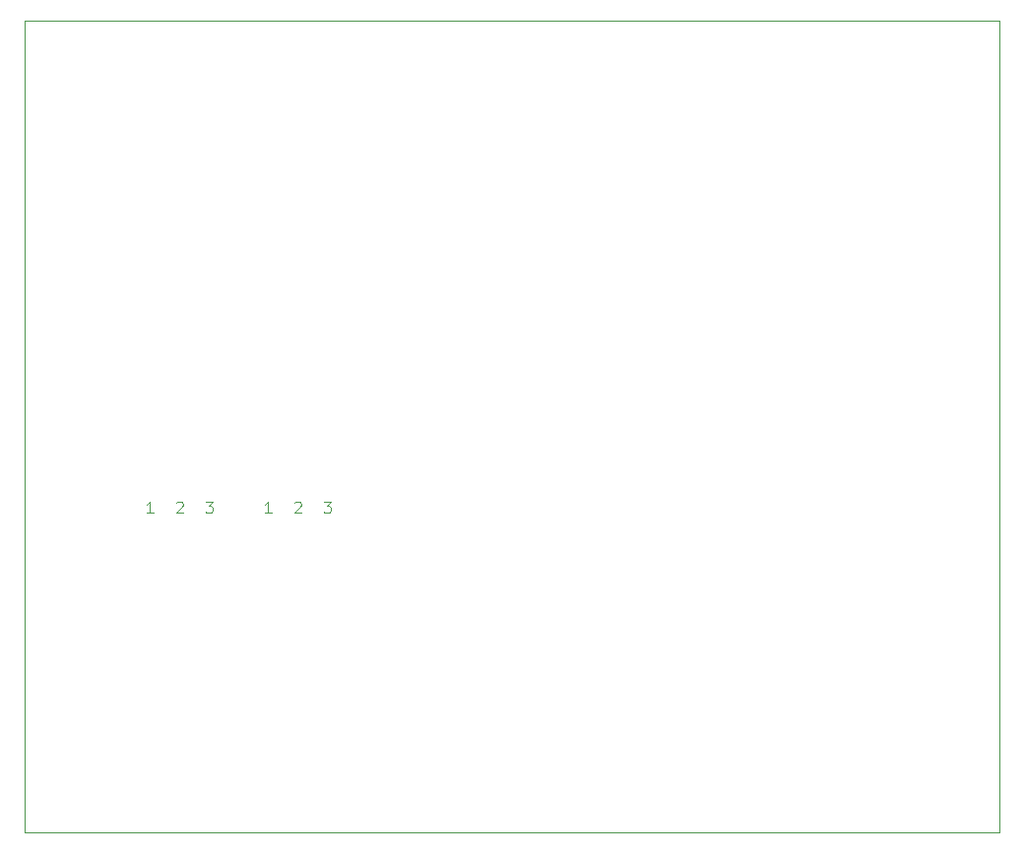
<source format=gbr>
G04 #@! TF.GenerationSoftware,KiCad,Pcbnew,(5.1.2)-2*
G04 #@! TF.CreationDate,2019-10-06T07:15:54-10:00*
G04 #@! TF.ProjectId,differential_robot(v1),64696666-6572-4656-9e74-69616c5f726f,rev?*
G04 #@! TF.SameCoordinates,Original*
G04 #@! TF.FileFunction,Profile,NP*
%FSLAX46Y46*%
G04 Gerber Fmt 4.6, Leading zero omitted, Abs format (unit mm)*
G04 Created by KiCad (PCBNEW (5.1.2)-2) date 2019-10-06 07:15:54*
%MOMM*%
%LPD*%
G04 APERTURE LIST*
%ADD10C,0.050000*%
G04 APERTURE END LIST*
D10*
X72390000Y-71120000D02*
X72390000Y-73660000D01*
X156210000Y-71120000D02*
X72390000Y-71120000D01*
X156210000Y-140970000D02*
X156210000Y-71120000D01*
X72390000Y-140970000D02*
X156210000Y-140970000D01*
X72390000Y-73660000D02*
X72390000Y-140970000D01*
X83464644Y-113482380D02*
X82893215Y-113482380D01*
X83178930Y-113482380D02*
X83178930Y-112482380D01*
X83083691Y-112625238D01*
X82988453Y-112720476D01*
X82893215Y-112768095D01*
X85438292Y-112577619D02*
X85485911Y-112530000D01*
X85581149Y-112482380D01*
X85819245Y-112482380D01*
X85914483Y-112530000D01*
X85962102Y-112577619D01*
X86009721Y-112672857D01*
X86009721Y-112768095D01*
X85962102Y-112910952D01*
X85390673Y-113482380D01*
X86009721Y-113482380D01*
X87932086Y-112482380D02*
X88551134Y-112482380D01*
X88217800Y-112863333D01*
X88360658Y-112863333D01*
X88455896Y-112910952D01*
X88503515Y-112958571D01*
X88551134Y-113053809D01*
X88551134Y-113291904D01*
X88503515Y-113387142D01*
X88455896Y-113434761D01*
X88360658Y-113482380D01*
X88074943Y-113482380D01*
X87979705Y-113434761D01*
X87932086Y-113387142D01*
X98092086Y-112482380D02*
X98711134Y-112482380D01*
X98377800Y-112863333D01*
X98520658Y-112863333D01*
X98615896Y-112910952D01*
X98663515Y-112958571D01*
X98711134Y-113053809D01*
X98711134Y-113291904D01*
X98663515Y-113387142D01*
X98615896Y-113434761D01*
X98520658Y-113482380D01*
X98234943Y-113482380D01*
X98139705Y-113434761D01*
X98092086Y-113387142D01*
X95598292Y-112577619D02*
X95645911Y-112530000D01*
X95741149Y-112482380D01*
X95979245Y-112482380D01*
X96074483Y-112530000D01*
X96122102Y-112577619D01*
X96169721Y-112672857D01*
X96169721Y-112768095D01*
X96122102Y-112910952D01*
X95550673Y-113482380D01*
X96169721Y-113482380D01*
X93624644Y-113482380D02*
X93053215Y-113482380D01*
X93338930Y-113482380D02*
X93338930Y-112482380D01*
X93243691Y-112625238D01*
X93148453Y-112720476D01*
X93053215Y-112768095D01*
M02*

</source>
